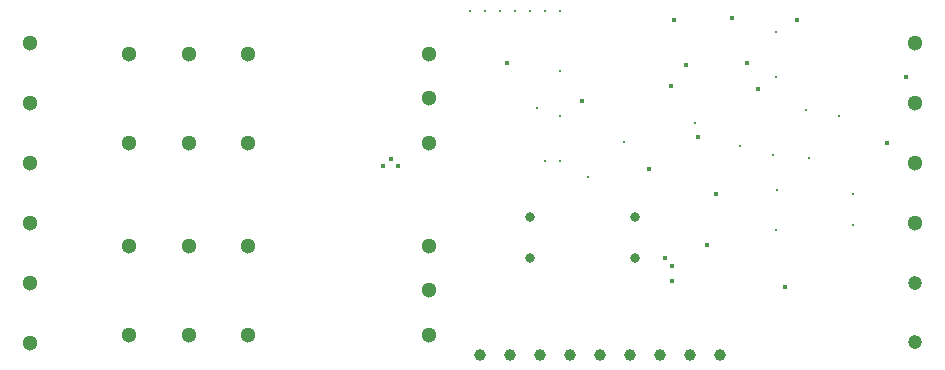
<source format=gbr>
%TF.GenerationSoftware,KiCad,Pcbnew,7.0.10*%
%TF.CreationDate,2024-03-19T21:59:56+01:00*%
%TF.ProjectId,2in-2out_2.0,32696e2d-326f-4757-945f-322e302e6b69,rev?*%
%TF.SameCoordinates,Original*%
%TF.FileFunction,Plated,1,2,PTH,Drill*%
%TF.FilePolarity,Positive*%
%FSLAX46Y46*%
G04 Gerber Fmt 4.6, Leading zero omitted, Abs format (unit mm)*
G04 Created by KiCad (PCBNEW 7.0.10) date 2024-03-19 21:59:56*
%MOMM*%
%LPD*%
G01*
G04 APERTURE LIST*
%TA.AperFunction,ViaDrill*%
%ADD10C,0.300000*%
%TD*%
%TA.AperFunction,ViaDrill*%
%ADD11C,0.400000*%
%TD*%
%TA.AperFunction,ComponentDrill*%
%ADD12C,0.800000*%
%TD*%
%TA.AperFunction,ComponentDrill*%
%ADD13C,1.000000*%
%TD*%
%TA.AperFunction,ComponentDrill*%
%ADD14C,1.193800*%
%TD*%
%TA.AperFunction,ComponentDrill*%
%ADD15C,1.300000*%
%TD*%
G04 APERTURE END LIST*
D10*
X148590000Y-36830000D03*
X149860000Y-36830000D03*
X151130000Y-36830000D03*
X152400000Y-36830000D03*
X153670000Y-36830000D03*
X154305000Y-45070000D03*
X154940000Y-36830000D03*
X154940000Y-49530000D03*
X156210000Y-36830000D03*
X156210000Y-45705000D03*
X156210000Y-49530000D03*
X156250000Y-41910000D03*
X158623000Y-50927000D03*
X161650000Y-47900000D03*
X167640000Y-46355000D03*
X171450000Y-48260000D03*
X174244000Y-49022000D03*
X174498000Y-38608000D03*
X174498000Y-42418000D03*
X174498000Y-55372000D03*
X174548800Y-51968400D03*
X177038000Y-45212000D03*
X177292000Y-49276000D03*
X179832000Y-45720000D03*
X181007500Y-52346250D03*
X181007500Y-54946250D03*
D11*
X141250000Y-50000000D03*
X141885000Y-49365000D03*
X142520000Y-50000000D03*
X151765000Y-41275000D03*
X158115000Y-44450000D03*
X163750000Y-50250000D03*
X165100000Y-57785000D03*
X165608000Y-43180000D03*
X165735000Y-58420000D03*
X165735000Y-59690000D03*
X165862000Y-37592000D03*
X166878000Y-41402000D03*
X167894000Y-47498000D03*
X168656000Y-56642000D03*
X169418000Y-52324000D03*
X170815000Y-37480000D03*
X172085000Y-41275000D03*
X172974000Y-43434000D03*
X175260000Y-60198000D03*
X176276000Y-37592000D03*
X183896000Y-48006000D03*
X185500000Y-42400000D03*
D12*
%TO.C,C2*%
X153670000Y-54285000D03*
X153670000Y-57785000D03*
%TO.C,C1*%
X162560000Y-54285000D03*
X162560000Y-57785000D03*
D13*
%TO.C,J1*%
X149460000Y-66000000D03*
X152000000Y-66000000D03*
X154540000Y-66000000D03*
X157080000Y-66000000D03*
X159620000Y-66000000D03*
X162160000Y-66000000D03*
X164700000Y-66000000D03*
X167240000Y-66000000D03*
X169780000Y-66000000D03*
D14*
%TO.C,X9*%
X186278558Y-59910797D03*
X186278558Y-64910797D03*
D15*
%TO.C,J3*%
X111359754Y-39522704D03*
X111359754Y-44602704D03*
X111359754Y-49682704D03*
X111359754Y-54762704D03*
X111359754Y-59842704D03*
X111359754Y-64922704D03*
%TO.C,K2*%
X119750000Y-40500000D03*
X119750000Y-48000000D03*
%TO.C,K1*%
X119750000Y-56750000D03*
X119750000Y-64250000D03*
%TO.C,K2*%
X124790000Y-40500000D03*
X124790000Y-48000000D03*
%TO.C,K1*%
X124790000Y-56750000D03*
X124790000Y-64250000D03*
%TO.C,K2*%
X129830000Y-40500000D03*
X129830000Y-48000000D03*
%TO.C,K1*%
X129830000Y-56750000D03*
X129830000Y-64250000D03*
%TO.C,K2*%
X145090000Y-40500000D03*
X145090000Y-44250000D03*
X145090000Y-48000000D03*
%TO.C,K1*%
X145090000Y-56750000D03*
X145090000Y-60500000D03*
X145090000Y-64250000D03*
%TO.C,J2*%
X186310558Y-39534639D03*
X186310558Y-44614639D03*
X186310558Y-49694639D03*
X186310558Y-54774639D03*
M02*

</source>
